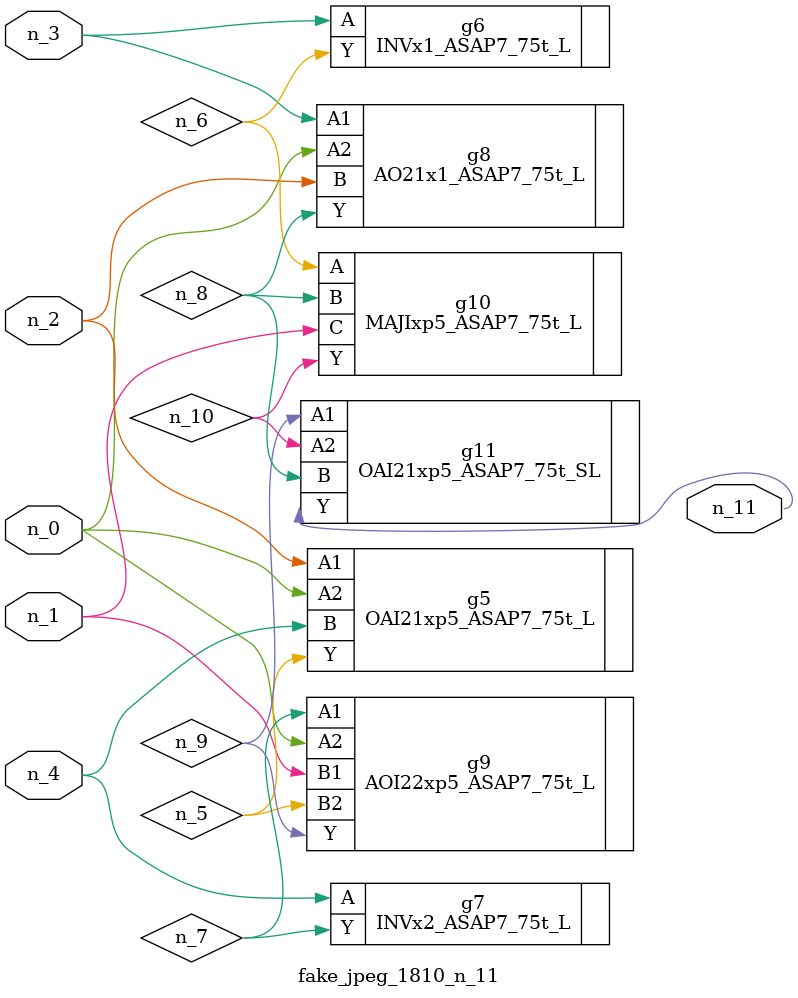
<source format=v>
module fake_jpeg_1810_n_11 (n_3, n_2, n_1, n_0, n_4, n_11);

input n_3;
input n_2;
input n_1;
input n_0;
input n_4;

output n_11;

wire n_10;
wire n_8;
wire n_9;
wire n_6;
wire n_5;
wire n_7;

OAI21xp5_ASAP7_75t_L g5 ( 
.A1(n_2),
.A2(n_0),
.B(n_4),
.Y(n_5)
);

INVx1_ASAP7_75t_L g6 ( 
.A(n_3),
.Y(n_6)
);

INVx2_ASAP7_75t_L g7 ( 
.A(n_4),
.Y(n_7)
);

AO21x1_ASAP7_75t_L g8 ( 
.A1(n_3),
.A2(n_0),
.B(n_2),
.Y(n_8)
);

AOI22xp5_ASAP7_75t_L g9 ( 
.A1(n_7),
.A2(n_0),
.B1(n_1),
.B2(n_5),
.Y(n_9)
);

OAI21xp5_ASAP7_75t_SL g11 ( 
.A1(n_9),
.A2(n_10),
.B(n_8),
.Y(n_11)
);

MAJIxp5_ASAP7_75t_L g10 ( 
.A(n_6),
.B(n_8),
.C(n_1),
.Y(n_10)
);


endmodule
</source>
